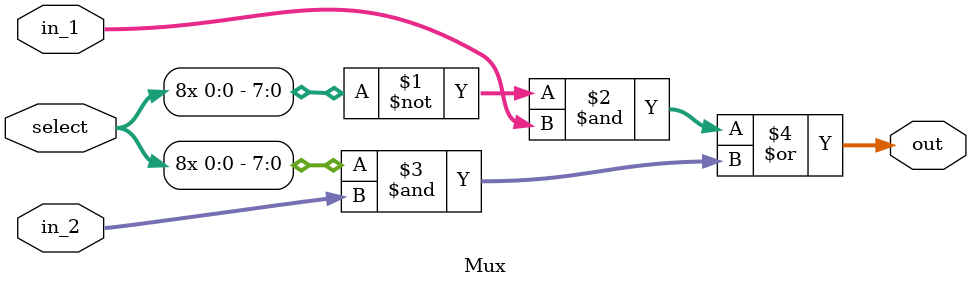
<source format=v>
module Mux (
    input select,
    input [7:0] in_1,
    input [7:0] in_2,
    output [7:0] out
);
    assign out = (~{8{select}} & in_1) | ({8{select}} & in_2);
endmodule

</source>
